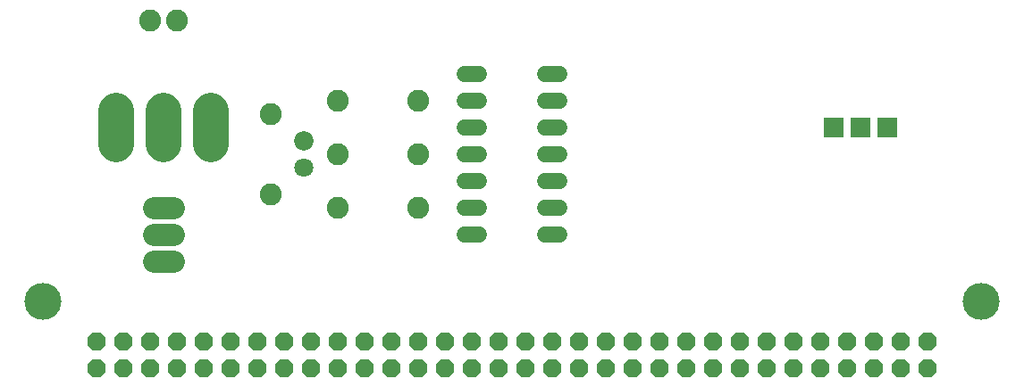
<source format=gbs>
G75*
G70*
%OFA0B0*%
%FSLAX24Y24*%
%IPPOS*%
%LPD*%
%AMOC8*
5,1,8,0,0,1.08239X$1,22.5*
%
%ADD10C,0.1380*%
%ADD11OC8,0.0680*%
%ADD12C,0.0820*%
%ADD13C,0.1346*%
%ADD14C,0.0820*%
%ADD15C,0.0707*%
%ADD16C,0.0721*%
%ADD17R,0.0730X0.0730*%
%ADD18C,0.0600*%
D10*
X001571Y004017D03*
X001571Y004017D03*
X036571Y004017D03*
X036571Y004017D03*
D11*
X003571Y001517D03*
X004571Y001517D03*
X005571Y001517D03*
X006571Y001517D03*
X007571Y001517D03*
X008571Y001517D03*
X009571Y001517D03*
X010571Y001517D03*
X011571Y001517D03*
X012571Y001517D03*
X013571Y001517D03*
X014571Y001517D03*
X015571Y001517D03*
X016571Y001517D03*
X017571Y001517D03*
X018571Y001517D03*
X019571Y001517D03*
X020571Y001517D03*
X021571Y001517D03*
X022571Y001517D03*
X023571Y001517D03*
X024571Y001517D03*
X025571Y001517D03*
X026571Y001517D03*
X027571Y001517D03*
X028571Y001517D03*
X029571Y001517D03*
X030571Y001517D03*
X031571Y001517D03*
X032571Y001517D03*
X033571Y001517D03*
X034571Y001517D03*
X034571Y002517D03*
X033571Y002517D03*
X032571Y002517D03*
X031571Y002517D03*
X030571Y002517D03*
X029571Y002517D03*
X028571Y002517D03*
X027571Y002517D03*
X026571Y002517D03*
X025571Y002517D03*
X024571Y002517D03*
X023571Y002517D03*
X022571Y002517D03*
X021571Y002517D03*
X020571Y002517D03*
X019571Y002517D03*
X018571Y002517D03*
X017571Y002517D03*
X016571Y002517D03*
X015571Y002517D03*
X014571Y002517D03*
X013571Y002517D03*
X012571Y002517D03*
X011571Y002517D03*
X010571Y002517D03*
X009571Y002517D03*
X008571Y002517D03*
X007571Y002517D03*
X006571Y002517D03*
X005571Y002517D03*
X004571Y002517D03*
X003571Y002517D03*
D12*
X005701Y005517D02*
X006441Y005517D01*
X006441Y006517D02*
X005701Y006517D01*
X005701Y007517D02*
X006441Y007517D01*
D13*
X006071Y009884D02*
X006071Y011150D01*
X004299Y011150D02*
X004299Y009884D01*
X007842Y009884D02*
X007842Y011150D01*
D14*
X010071Y011017D03*
X012571Y011517D03*
X015571Y011517D03*
X015571Y009517D03*
X012571Y009517D03*
X010071Y008017D03*
X012571Y007517D03*
X015571Y007517D03*
X006571Y014517D03*
X005571Y014517D03*
D15*
X011321Y009017D03*
D16*
X011321Y010017D03*
D17*
X031071Y010517D03*
X032071Y010517D03*
X033071Y010517D03*
D18*
X020831Y010517D02*
X020311Y010517D01*
X020311Y011517D02*
X020831Y011517D01*
X020831Y012517D02*
X020311Y012517D01*
X017831Y012517D02*
X017311Y012517D01*
X017311Y011517D02*
X017831Y011517D01*
X017831Y010517D02*
X017311Y010517D01*
X017311Y009517D02*
X017831Y009517D01*
X017831Y008517D02*
X017311Y008517D01*
X017311Y007517D02*
X017831Y007517D01*
X017831Y006517D02*
X017311Y006517D01*
X020311Y006517D02*
X020831Y006517D01*
X020831Y007517D02*
X020311Y007517D01*
X020311Y008517D02*
X020831Y008517D01*
X020831Y009517D02*
X020311Y009517D01*
M02*

</source>
